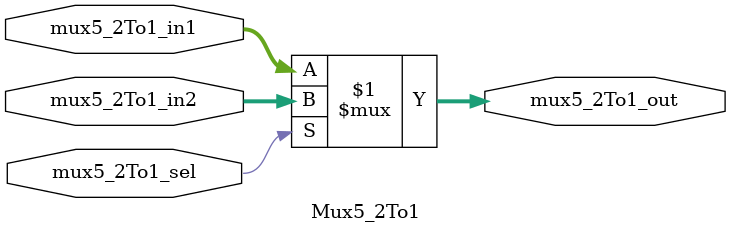
<source format=v>
module Mux5_2To1
	(
		input [4:0] mux5_2To1_in1,
		input [4:0] mux5_2To1_in2,
		input mux5_2To1_sel,
		output [4:0] mux5_2To1_out
	);

	assign mux5_2To1_out = mux5_2To1_sel ? mux5_2To1_in2 : mux5_2To1_in1;

endmodule // Mux5_2To1
</source>
